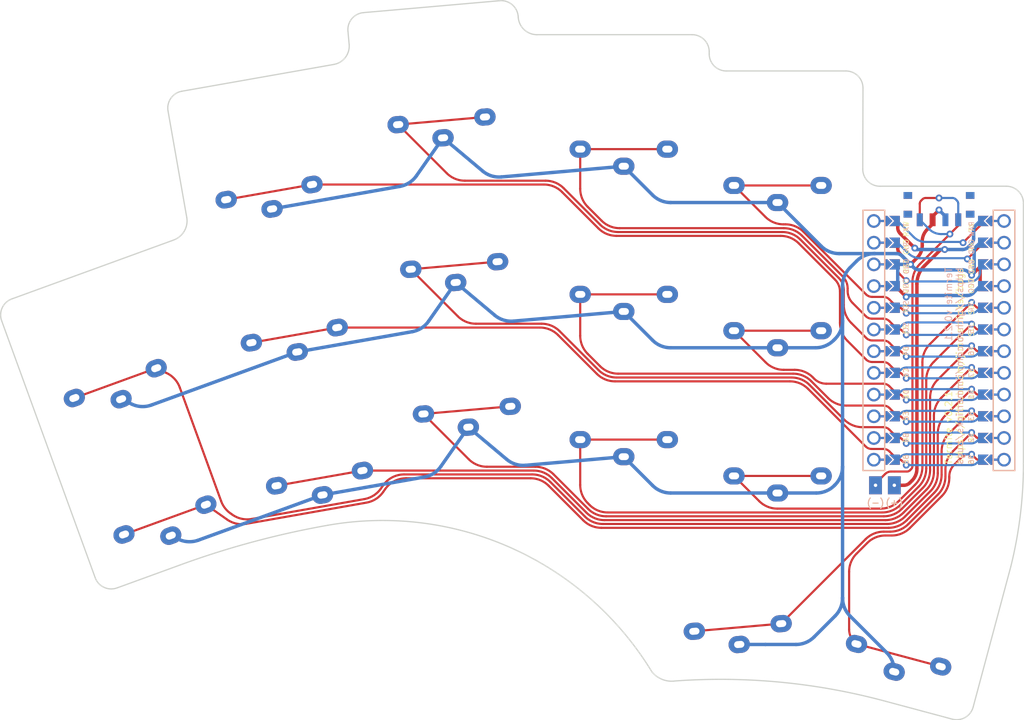
<source format=kicad_pcb>
(kicad_pcb (version 20210925) (generator pcbnew)
  (title_block (title "Termite") (date "2021-10-28") (rev "0.2.1") (company "jmnw"))
  (layers (0 "F.Cu" signal) (31 "B.Cu" signal) (34 "B.Paste" user) (35 "F.Paste" user) (36 "B.SilkS" user "B.Silkscreen") (37 "F.SilkS" user "F.Silkscreen") (38 "B.Mask" user) (39 "F.Mask" user) (44 "Edge.Cuts" user))
  (net 0 "")
  (net 1 "unconnected-(PSW1-Pad3)")
  (net 2 "switch1")
  (net 3 "switch2")
  (net 4 "switch3")
  (net 5 "switch4")
  (net 6 "switch5")
  (net 7 "switch6")
  (net 8 "switch7")
  (net 9 "switch8")
  (net 10 "switch9")
  (net 11 "switch10")
  (net 12 "switch11")
  (net 13 "switch12")
  (net 14 "switch13")
  (net 15 "switch14")
  (net 16 "switch15")
  (net 17 "unconnected-(U1-Pad22)")
  (net 18 "unconnected-(U1-Pad2)")
  (net 19 "GND")
  (net 20 "VCC")
  (net 21 "Net-(BT1-Pad2)")
  (net 22 "raw")
  (net 23 "switch16")
  (net 24 "unconnected-(U1-Pad1)")
  (footprint "bugs:Choc_reversible" (layer "F.Cu") (at 60.299422 62.293319 10)
    (fp_text reference "SW2" hide)
    (fp_text value "SW_PUSH" hide)
  )
  (footprint "bugs:Choc_reversible" (layer "F.Cu") (at 80.824518 53.902315 5)
    (fp_text reference "SW3" hide)
    (fp_text value "SW_PUSH" hide)
  )
  (footprint "bugs:Choc_reversible" (layer "F.Cu") (at 102.494858 57.206343)
    (fp_text reference "SW4" hide)
    (fp_text value "SW_PUSH" hide)
  )
  (footprint "bugs:Choc_reversible" (layer "F.Cu") (at 120.494864 61.456344)
    (fp_text reference "SW5" hide)
    (fp_text value "SW_PUSH" hide)
  )
  (footprint "bugs:Choc_reversible" (layer "F.Cu") (at 63.251441 79.035053 10)
    (fp_text reference "SW7" hide)
    (fp_text value "SW_PUSH" hide)
  )
  (footprint "bugs:Choc_reversible" (layer "F.Cu") (at 82.306167 70.837623 5)
    (fp_text reference "SW8" hide)
    (fp_text value "SW_PUSH" hide)
  )
  (footprint "bugs:Choc_reversible" (layer "F.Cu") (at 102.494871 74.206343)
    (fp_text reference "SW9" hide)
    (fp_text value "SW_PUSH" hide)
  )
  (footprint "bugs:Choc_reversible" (layer "F.Cu") (at 120.494865 78.456346)
    (fp_text reference "SW10" hide)
    (fp_text value "SW_PUSH" hide)
  )
  (footprint "bugs:Choc_reversible" (layer "F.Cu") (at 66.203461 95.776792 10)
    (fp_text reference "SW11" hide)
    (fp_text value "SW_PUSH" hide)
  )
  (footprint "bugs:Choc_reversible" (layer "F.Cu") (at 83.787804 87.772947 5)
    (fp_text reference "SW12" hide)
    (fp_text value "SW_PUSH" hide)
  )
  (footprint "bugs:Choc_reversible" (layer "F.Cu") (at 102.49487 91.206341)
    (fp_text reference "SW13" hide)
    (fp_text value "SW_PUSH" hide)
  )
  (footprint "bugs:Choc_reversible" (layer "F.Cu") (at 115.493093 113.208478 5)
    (fp_text reference "SW15" hide)
    (fp_text value "SW_PUSH" hide)
  )
  (footprint "bugs:Choc_reversible" (layer "F.Cu") (at 135.672819 116.579878 -15)
    (fp_text reference "SW16" hide)
    (fp_text value "SW_PUSH" hide)
  )
  (footprint "bugs:ProMicro_jumpers" (layer "F.Cu") (at 139.384867 83.486346)
    (fp_text reference "U1" hide)
    (fp_text value "ProMicro")
  )
  (footprint "bugs:Choc_reversible" (layer "F.Cu") (at 47.451839 100.801167 20)
    (fp_text reference "SW6" hide)
    (fp_text value "SW_PUSH" hide)
  )
  (footprint "bugs:Choc_reversible" (layer "F.Cu") (at 41.637494 84.8264 20)
    (fp_text reference "SW1" hide)
    (fp_text value "SW_PUSH" hide)
  )
  (footprint "bugs:Battery_pads_reversible" (layer "F.Cu") (at 133.062606 100.452098 180)
    (fp_text reference "BT1" hide)
    (fp_text value "Battery_Cell")
  )
  (footprint "bugs:Choc_reversible" (layer "F.Cu") (at 120.494867 95.456346)
    (fp_text reference "SW14" hide)
    (fp_text value "SW_PUSH" hide)
  )
  (footprint "bugs:Power_reversible" (layer "F.Cu") (at 139.393341 67.623157 180)
    (fp_text reference "PSW1" hide)
    (fp_text value "SW_SPDT")
  )
  (gr_arc (start 85.545766 205.46248) (end 67.853328 105.132673) (angle -9.999121664) (layer "Edge.Cuts") (width 0.15))
  (gr_line (start 30.870328 78.635657) (end 49.806346 71.743508) (layer "Edge.Cuts") (width 0.15))
  (gr_line (start 50.701495 109.728636) (end 43.183183 112.464287) (layer "Edge.Cuts") (width 0.15))
  (gr_arc (start 72.200655 47.117941) (end 72.026343 45.125546) (angle -90) (layer "Edge.Cuts") (width 0.15))
  (gr_arc (start 99.35345 97.913162) (end 147.791847 109.99194) (angle -14.00185829) (layer "Edge.Cuts") (width 0.15))
  (gr_arc (start 147.275269 67.44594) (end 149.275272 67.445943) (angle -90) (layer "Edge.Cuts") (width 0.15))
  (gr_line (start 112.494884 49.706792) (end 112.495279 49.955936) (layer "Edge.Cuts") (width 0.15))
  (gr_line (start 133.214281 125.755736) (end 140.941679 127.826285) (layer "Edge.Cuts") (width 0.15))
  (gr_line (start 90.13216 45.549137) (end 90.146627 45.714507) (layer "Edge.Cuts") (width 0.15))
  (gr_arc (start 51.118287 56.296082) (end 50.770987 54.326467) (angle -90) (layer "Edge.Cuts") (width 0.15))
  (gr_arc (start 68.174652 49.041445) (end 68.553662 51.190899) (angle -84.99985992) (layer "Edge.Cuts") (width 0.15))
  (gr_line (start 132.469399 65.445933) (end 147.275272 65.445947) (layer "Edge.Cuts") (width 0.15))
  (gr_arc (start 113.817045 197.142315) (end 108.351573 123.36952) (angle 19.43846695) (layer "Edge.Cuts") (width 0.15))
  (gr_arc (start 31.554358 80.51505) (end 30.870328 78.635657) (angle -90) (layer "Edge.Cuts") (width 0.15))
  (gr_line (start 114.495282 51.955942) (end 128.49506 51.956155) (layer "Edge.Cuts") (width 0.15))
  (gr_arc (start 141.459322 125.894435) (end 140.941679 127.826285) (angle -90) (layer "Edge.Cuts") (width 0.15))
  (gr_line (start 143.391173 126.412071) (end 147.791847 109.99194) (layer "Edge.Cuts") (width 0.15))
  (gr_arc (start 128.49506 53.956159) (end 130.495061 53.956158) (angle -90) (layer "Edge.Cuts") (width 0.15))
  (gr_arc (start 42.499142 110.5849) (end 40.619755 111.268942) (angle -90) (layer "Edge.Cuts") (width 0.15))
  (gr_line (start 149.275272 67.445943) (end 149.275145 97.913218) (layer "Edge.Cuts") (width 0.15))
  (gr_arc (start 114.495275 49.955942) (end 112.495279 49.955936) (angle -90) (layer "Edge.Cuts") (width 0.15))
  (gr_line (start 92.320939 47.706891) (end 110.494885 47.706788) (layer "Edge.Cuts") (width 0.15))
  (gr_arc (start 108.092905 120.413812) (end 105.785147 122.286285) (angle -55.94629929) (layer "Edge.Cuts") (width 0.15))
  (gr_arc (start 92.320931 45.524275) (end 90.146627 45.714507) (angle -85.00013873) (layer "Edge.Cuts") (width 0.15))
  (gr_line (start 51.338431 69.089856) (end 49.148665 56.643377) (layer "Edge.Cuts") (width 0.15))
  (gr_arc (start 48.991138 69.503748) (end 49.806346 71.743508) (angle -79.99998711) (layer "Edge.Cuts") (width 0.15))
  (gr_arc (start 88.139767 45.723447) (end 90.13216 45.549137) (angle -90) (layer "Edge.Cuts") (width 0.15))
  (gr_line (start 29.674964 81.199082) (end 40.619755 111.268942) (layer "Edge.Cuts") (width 0.15))
  (gr_arc (start 74.261808 141.477749) (end 105.785147 122.286285) (angle -68.66666424) (layer "Edge.Cuts") (width 0.15))
  (gr_line (start 70.208269 47.292251) (end 70.348963 48.851219) (layer "Edge.Cuts") (width 0.15))
  (gr_line (start 72.026343 45.125546) (end 87.965461 43.731057) (layer "Edge.Cuts") (width 0.15))
  (gr_line (start 50.770987 54.326467) (end 68.553662 51.190899) (layer "Edge.Cuts") (width 0.15))
  (gr_arc (start 110.494887 49.706785) (end 112.494884 49.706792) (angle -90) (layer "Edge.Cuts") (width 0.15))
  (gr_line (start 130.495061 53.956158) (end 130.469401 63.445945) (layer "Edge.Cuts") (width 0.15))
  (gr_arc (start 132.469403 63.445942) (end 130.469401 63.445945) (angle -90) (layer "Edge.Cuts") (width 0.15))
  (gr_text "Termite v0.2.1\nhttps://github.com/jimmerricks/bugs" (at 141.170001 74.890001 90) (layer "B.SilkS") (effects (font (size 0.8 0.8) (thickness 0.1)) (justify left mirror)))
  (gr_text "Termite v0.2.1\nhttps://github.com/jimmerricks/bugs" (at 141.17 98.11 90) (layer "F.SilkS") (effects (font (size 0.8 0.8) (thickness 0.1)) (justify left)))
  (segment (start 137.143344 67.500121) (end 137.143343 69.373158) (width 0.25) (layer "F.Cu") (net 1))
  (segment (start 139.393348 66.823157) (end 137.82031 66.823155) (width 0.25) (layer "F.Cu") (net 1))
  (segment (start 137.466756 66.969603) (end 137.289791 67.146569) (width 0.25) (layer "F.Cu") (net 1))
  (via (at 139.393348 66.823157) (size 0.8) (drill 0.4) (layers "F.Cu" "B.Cu") (net 1))
  (arc (start 137.466756 66.969603) (mid 137.62897 66.861216) (end 137.82031 66.823155) (width 0.25) (layer "F.Cu") (net 1))
  (arc (start 137.143344 67.500121) (mid 137.181405 67.30878) (end 137.289791 67.146569) (width 0.25) (layer "F.Cu") (net 1))
  (segment (start 141.332769 66.969605) (end 141.496901 67.133737) (width 0.25) (layer "B.Cu") (net 1))
  (segment (start 141.643346 67.487288) (end 141.643347 69.37316) (width 0.25) (layer "B.Cu") (net 1))
  (segment (start 139.393348 66.823157) (end 140.979213 66.823157) (width 0.25) (layer "B.Cu") (net 1))
  (arc (start 140.979213 66.823157) (mid 141.170557 66.861216) (end 141.332769 66.969605) (width 0.25) (layer "B.Cu") (net 1))
  (arc (start 141.643346 67.487288) (mid 141.605284 67.295948) (end 141.496901 67.133737) (width 0.25) (layer "B.Cu") (net 1))
  (segment (start 140.126789 92.285416) (end 143.21086 89.201347) (width 0.25) (layer "F.Cu") (net 2))
  (segment (start 58.927691 104.395674) (end 72.126933 102.068293) (width 0.25) (layer "F.Cu") (net 2))
  (segment (start 144.210863 89.836346) (end 143.949413 89.836346) (width 0.25) (layer "F.Cu") (net 2))
  (segment (start 138.369429 101.158144) (end 135.4244 104.103173) (width 0.25) (layer "F.Cu") (net 2))
  (segment (start 93.892567 100.060133) (end 97.935604 104.103172) (width 0.25) (layer "F.Cu") (net 2))
  (segment (start 74.063446 100.834596) (end 74.325236 100.460724) (width 0.25) (layer "F.Cu") (net 2))
  (segment (start 76.782691 99.181453) (end 91.771246 99.181454) (width 0.25) (layer "F.Cu") (net 2))
  (segment (start 48.970868 87.309762) (end 47.763805 86.7469) (width 0.25) (layer "F.Cu") (net 2))
  (segment (start 143.772639 89.763123) (end 143.21086 89.201347) (width 0.25) (layer "F.Cu") (net 2))
  (segment (start 38.17894 90.235505) (end 47.763806 86.746899) (width 0.25) (layer "F.Cu") (net 2))
  (segment (start 139.24811 99.036824) (end 139.248107 94.40674) (width 0.25) (layer "F.Cu") (net 2))
  (segment (start 55.36646 102.31242) (end 50.522093 89.002625) (width 0.25) (layer "F.Cu") (net 2))
  (segment (start 133.303081 104.981854) (end 100.056923 104.981852) (width 0.25) (layer "F.Cu") (net 2))
  (segment (start 56.464811 103.743817) (end 56.686018 103.898707) (width 0.25) (layer "F.Cu") (net 2))
  (via (at 143.21086 89.201347) (size 0.8) (drill 0.4) (layers "F.Cu" "B.Cu") (net 2))
  (arc (start 139.24811 99.036824) (mid 139.01975 100.184876) (end 138.369429 101.158144) (width 0.25) (layer "F.Cu") (net 2))
  (arc (start 56.686018 103.898707) (mid 57.757428 104.37014) (end 58.927691 104.395674) (width 0.25) (layer "F.Cu") (net 2))
  (arc (start 74.325236 100.460724) (mid 75.397446 99.52042) (end 76.782691 99.181453) (width 0.25) (layer "F.Cu") (net 2))
  (arc (start 143.949413 89.836346) (mid 143.853745 89.817317) (end 143.772639 89.763123) (width 0.25) (layer "F.Cu") (net 2))
  (arc (start 55.36646 102.31242) (mid 55.805479 103.112645) (end 56.464811 103.743817) (width 0.25) (layer "F.Cu") (net 2))
  (arc (start 97.935604 104.103172) (mid 98.908873 104.753492) (end 100.056923 104.981852) (width 0.25) (layer "F.Cu") (net 2))
  (arc (start 91.771246 99.181454) (mid 92.919299 99.409816) (end 93.892567 100.060133) (width 0.25) (layer "F.Cu") (net 2))
  (arc (start 139.248107 94.40674) (mid 139.47647 93.258691) (end 140.126789 92.285416) (width 0.25) (layer "F.Cu") (net 2))
  (arc (start 72.126933 102.068293) (mid 73.217888 101.644043) (end 74.063446 100.834596) (width 0.25) (layer "F.Cu") (net 2))
  (arc (start 135.4244 104.103173) (mid 134.451131 104.753493) (end 133.303081 104.981854) (width 0.25) (layer "F.Cu") (net 2))
  (arc (start 48.970868 87.309762) (mid 49.914846 88.001914) (end 50.522093 89.002625) (width 0.25) (layer "F.Cu") (net 2))
  (segment (start 134.900971 89.494241) (end 134.558865 89.836344) (width 0.25) (layer "B.Cu") (net 2))
  (segment (start 143.21086 89.201347) (end 135.608076 89.201346) (width 0.25) (layer "B.Cu") (net 2))
  (arc (start 134.900971 89.494241) (mid 135.225393 89.277468) (end 135.608076 89.201346) (width 0.25) (layer "B.Cu") (net 2))
  (segment (start 127.80003 77.78677) (end 127.800027 81.428546) (width 0.25) (layer "F.Cu") (net 3))
  (segment (start 134.99709 87.369571) (end 135.558862 87.931343) (width 0.25) (layer "F.Cu") (net 3))
  (segment (start 134.558865 87.296345) (end 134.820312 87.296345) (width 0.25) (layer "F.Cu") (net 3))
  (segment (start 134.558862 87.296345) (end 133.576601 86.314083) (width 0.25) (layer "F.Cu") (net 3))
  (segment (start 99.523606 70.377928) (end 95.272822 66.127143) (width 0.25) (layer "F.Cu") (net 3))
  (segment (start 93.151502 65.248463) (end 65.999167 65.248463) (width 0.25) (layer "F.Cu") (net 3))
  (segment (start 120.855653 71.256608) (end 101.644927 71.256607) (width 0.25) (layer "F.Cu") (net 3))
  (segment (start 127.214244 76.372557) (end 122.976974 72.135287) (width 0.25) (layer "F.Cu") (net 3))
  (segment (start 130.857138 85.728294) (end 128.678709 83.549869) (width 0.25) (layer "F.Cu") (net 3))
  (segment (start 132.869496 86.02119) (end 131.564244 86.021187) (width 0.25) (layer "F.Cu") (net 3))
  (segment (start 55.954134 67.019676) (end 65.99917 65.248462) (width 0.25) (layer "F.Cu") (net 3))
  (via (at 135.558862 87.931343) (size 0.8) (drill 0.4) (layers "F.Cu" "B.Cu") (net 3))
  (arc (start 127.214244 76.372557) (mid 127.647788 77.021403) (end 127.80003 77.78677) (width 0.25) (layer "F.Cu") (net 3))
  (arc (start 95.272822 66.127143) (mid 94.299556 65.476826) (end 93.151502 65.248463) (width 0.25) (layer "F.Cu") (net 3))
  (arc (start 133.576601 86.314083) (mid 133.252178 86.097312) (end 132.869496 86.02119) (width 0.25) (layer "F.Cu") (net 3))
  (arc (start 131.564244 86.021187) (mid 131.181561 85.945067) (end 130.857138 85.728294) (width 0.25) (layer "F.Cu") (net 3))
  (arc (start 101.644927 71.256607) (mid 100.496876 71.028248) (end 99.523606 70.377928) (width 0.25) (layer "F.Cu") (net 3))
  (arc (start 134.820312 87.296345) (mid 134.915983 87.315376) (end 134.99709 87.369571) (width 0.25) (layer "F.Cu") (net 3))
  (arc (start 122.976974 72.135287) (mid 122.003702 71.484968) (end 120.855653 71.256608) (width 0.25) (layer "F.Cu") (net 3))
  (arc (start 128.678709 83.549869) (mid 128.028391 82.576598) (end 127.800027 81.428546) (width 0.25) (layer "F.Cu") (net 3))
  (segment (start 135.558862 87.931343) (end 143.161652 87.931345) (width 0.25) (layer "B.Cu") (net 3))
  (segment (start 143.868759 87.638451) (end 144.210864 87.296344) (width 0.25) (layer "B.Cu") (net 3))
  (arc (start 143.868759 87.638451) (mid 143.544336 87.855223) (end 143.161652 87.931345) (width 0.25) (layer "B.Cu") (net 3))
  (segment (start 130.877138 83.208297) (end 129.128229 81.45939) (width 0.25) (layer "F.Cu") (net 4))
  (segment (start 93.337701 64.798945) (end 83.893447 64.798948) (width 0.25) (layer "F.Cu") (net 4))
  (segment (start 127.663763 76.186357) (end 123.163174 71.685769) (width 0.25) (layer "F.Cu") (net 4))
  (segment (start 134.55886 84.756344) (end 134.820311 84.756345) (width 0.25) (layer "F.Cu") (net 4))
  (segment (start 121.041851 70.807088) (end 101.831128 70.807087) (width 0.25) (layer "F.Cu") (net 4))
  (segment (start 133.596599 83.794084) (end 133.596603 83.794083) (width 0.25) (layer "F.Cu") (net 4))
  (segment (start 128.249548 79.33807) (end 128.249549 77.600571) (width 0.25) (layer "F.Cu") (net 4))
  (segment (start 134.997089 84.829566) (end 135.558862 85.391343) (width 0.25) (layer "F.Cu") (net 4))
  (segment (start 76.083835 58.231969) (end 86.245019 57.342981) (width 0.25) (layer "F.Cu") (net 4))
  (segment (start 133.596603 83.794083) (end 134.558866 84.756344) (width 0.25) (layer "F.Cu") (net 4))
  (segment (start 99.709806 69.928408) (end 95.459022 65.677625) (width 0.25) (layer "F.Cu") (net 4))
  (segment (start 132.889492 83.501189) (end 131.584243 83.501189) (width 0.25) (layer "F.Cu") (net 4))
  (segment (start 81.772124 63.920267) (end 76.083832 58.23197) (width 0.25) (layer "F.Cu") (net 4))
  (via (at 135.558862 85.391343) (size 0.8) (drill 0.4) (layers "F.Cu" "B.Cu") (net 4))
  (arc (start 83.893447 64.798948) (mid 82.745396 64.570587) (end 81.772124 63.920267) (width 0.25) (layer "F.Cu") (net 4))
  (arc (start 129.128229 81.45939) (mid 128.47791 80.486119) (end 128.249548 79.33807) (width 0.25) (layer "F.Cu") (net 4))
  (arc (start 127.663763 76.186357) (mid 128.097306 76.835203) (end 128.249549 77.600571) (width 0.25) (layer "F.Cu") (net 4))
  (arc (start 95.459022 65.677625) (mid 94.485754 65.027306) (end 93.337701 64.798945) (width 0.25) (layer "F.Cu") (net 4))
  (arc (start 123.163174 71.685769) (mid 122.189903 71.035448) (end 121.041851 70.807088) (width 0.25) (layer "F.Cu") (net 4))
  (arc (start 131.584243 83.501189) (mid 131.201561 83.425068) (end 130.877138 83.208297) (width 0.25) (layer "F.Cu") (net 4))
  (arc (start 133.596599 83.794084) (mid 133.272177 83.577311) (end 132.889492 83.501189) (width 0.25) (layer "F.Cu") (net 4))
  (arc (start 134.997089 84.829566) (mid 134.915983 84.775374) (end 134.820311 84.756345) (width 0.25) (layer "F.Cu") (net 4))
  (arc (start 101.831128 70.807087) (mid 100.683075 70.578725) (end 99.709806 69.928408) (width 0.25) (layer "F.Cu") (net 4))
  (segment (start 135.558862 85.391343) (end 143.161649 85.391347) (width 0.25) (layer "B.Cu") (net 4))
  (segment (start 143.868756 85.098452) (end 144.210862 84.756343) (width 0.25) (layer "B.Cu") (net 4))
  (arc (start 143.161649 85.391347) (mid 143.544333 85.315227) (end 143.868756 85.098452) (width 0.25) (layer "B.Cu") (net 4))
  (segment (start 129.284857 79.116015) (end 130.827135 80.658295) (width 0.25) (layer "F.Cu") (net 5))
  (segment (start 102.017324 70.357568) (end 121.228049 70.357566) (width 0.25) (layer "F.Cu") (net 5))
  (segment (start 134.997084 82.289569) (end 135.558863 82.851348) (width 0.25) (layer "F.Cu") (net 5))
  (segment (start 97.39486 61.10634) (end 107.594856 61.106339) (width 0.25) (layer "F.Cu") (net 5))
  (segment (start 128.699069 77.414375) (end 128.699069 77.701805) (width 0.25) (layer "F.Cu") (net 5))
  (segment (start 123.349371 71.236246) (end 128.113283 76.000161) (width 0.25) (layer "F.Cu") (net 5))
  (segment (start 98.273535 67.856419) (end 99.896001 69.478886) (width 0.25) (layer "F.Cu") (net 5))
  (segment (start 131.534243 80.951189) (end 132.879496 80.95119) (width 0.25) (layer "F.Cu") (net 5))
  (segment (start 133.586603 81.244082) (end 134.558866 82.216346) (width 0.25) (layer "F.Cu") (net 5))
  (segment (start 97.394856 61.106346) (end 97.394856 65.735099) (width 0.25) (layer "F.Cu") (net 5))
  (segment (start 134.558864 82.216346) (end 134.820308 82.216346) (width 0.25) (layer "F.Cu") (net 5))
  (via (at 135.558863 82.851348) (size 0.8) (drill 0.4) (layers "F.Cu" "B.Cu") (net 5))
  (arc (start 132.879496 80.95119) (mid 133.262178 81.027309) (end 133.586603 81.244082) (width 0.25) (layer "F.Cu") (net 5))
  (arc (start 99.896001 69.478886) (mid 100.869272 70.129205) (end 102.017324 70.357568) (width 0.25) (layer "F.Cu") (net 5))
  (arc (start 134.997084 82.289569) (mid 134.91598 82.235375) (end 134.820308 82.216346) (width 0.25) (layer "F.Cu") (net 5))
  (arc (start 97.394856 65.735099) (mid 97.623217 66.883147) (end 98.273535 67.856419) (width 0.25) (layer "F.Cu") (net 5))
  (arc (start 128.699069 77.414375) (mid 128.546828 76.649007) (end 128.113283 76.000161) (width 0.25) (layer "F.Cu") (net 5))
  (arc (start 130.827135 80.658295) (mid 131.151558 80.875069) (end 131.534243 80.951189) (width 0.25) (layer "F.Cu") (net 5))
  (arc (start 121.228049 70.357566) (mid 122.376101 70.585929) (end 123.349371 71.236246) (width 0.25) (layer "F.Cu") (net 5))
  (arc (start 128.699069 77.701805) (mid 128.851312 78.467171) (end 129.284857 79.116015) (width 0.25) (layer "F.Cu") (net 5))
  (segment (start 135.558863 82.851348) (end 143.161649 82.851346) (width 0.25) (layer "B.Cu") (net 5))
  (segment (start 143.868756 82.558453) (end 144.210863 82.216345) (width 0.25) (layer "B.Cu") (net 5))
  (arc (start 143.868756 82.558453) (mid 143.544332 82.775225) (end 143.161649 82.851346) (width 0.25) (layer "B.Cu") (net 5))
  (segment (start 132.869493 78.401189) (end 131.564241 78.401187) (width 0.25) (layer "F.Cu") (net 6))
  (segment (start 134.558864 79.676345) (end 133.576599 78.694081) (width 0.25) (layer "F.Cu") (net 6))
  (segment (start 121.414247 69.908048) (end 121.189208 69.908049) (width 0.25) (layer "F.Cu") (net 6))
  (segment (start 119.067886 69.029368) (end 115.394863 65.356344) (width 0.25) (layer "F.Cu") (net 6))
  (segment (start 130.857133 78.108295) (end 123.535566 70.786729) (width 0.25) (layer "F.Cu") (net 6))
  (segment (start 115.394862 65.356343) (end 125.594862 65.356345) (width 0.25) (layer "F.Cu") (net 6))
  (segment (start 134.997083 79.74957) (end 135.558864 80.311343) (width 0.25) (layer "F.Cu") (net 6))
  (segment (start 134.55886 79.676345) (end 134.820309 79.676348) (width 0.25) (layer "F.Cu") (net 6))
  (via (at 135.558864 80.311343) (size 0.8) (drill 0.4) (layers "F.Cu" "B.Cu") (net 6))
  (arc (start 121.414247 69.908048) (mid 122.562299 70.13641) (end 123.535566 70.786729) (width 0.25) (layer "F.Cu") (net 6))
  (arc (start 133.576599 78.694081) (mid 133.252176 78.477309) (end 132.869493 78.401189) (width 0.25) (layer "F.Cu") (net 6))
  (arc (start 119.067886 69.029368) (mid 120.041157 69.679686) (end 121.189208 69.908049) (width 0.25) (layer "F.Cu") (net 6))
  (arc (start 131.564241 78.401187) (mid 131.181558 78.325066) (end 130.857133 78.108295) (width 0.25) (layer "F.Cu") (net 6))
  (arc (start 134.997083 79.74957) (mid 134.915977 79.695378) (end 134.820309 79.676348) (width 0.25) (layer "F.Cu") (net 6))
  (segment (start 143.868757 80.018452) (end 144.210862 79.676345) (width 0.25) (layer "B.Cu") (net 6))
  (segment (start 135.558864 80.311343) (end 143.161647 80.311347) (width 0.25) (layer "B.Cu") (net 6))
  (arc (start 143.161647 80.311347) (mid 143.544335 80.235228) (end 143.868757 80.018452) (width 0.25) (layer "B.Cu") (net 6))
  (segment (start 58.308595 104.961293) (end 72.388359 102.478651) (width 0.25) (layer "F.Cu") (net 7))
  (segment (start 99.870727 105.431373) (end 133.489279 105.431373) (width 0.25) (layer "F.Cu") (net 7))
  (segment (start 143.210864 91.741346) (end 140.576304 94.375905) (width 0.25) (layer "F.Cu") (net 7))
  (segment (start 74.324874 101.244956) (end 74.558431 100.9114) (width 0.25) (layer "F.Cu") (net 7))
  (segment (start 53.57815 102.721665) (end 56.066925 104.464325) (width 0.25) (layer "F.Cu") (net 7))
  (segment (start 144.210865 92.376348) (end 143.949416 92.376345) (width 0.25) (layer "F.Cu") (net 7))
  (segment (start 53.57815 102.721665) (end 43.993283 106.210273) (width 0.25) (layer "F.Cu") (net 7))
  (segment (start 135.610601 104.552692) (end 138.818947 101.344346) (width 0.25) (layer "F.Cu") (net 7))
  (segment (start 139.697625 99.223028) (end 139.697625 96.497225) (width 0.25) (layer "F.Cu") (net 7))
  (segment (start 93.707519 100.510806) (end 97.749406 104.552692) (width 0.25) (layer "F.Cu") (net 7))
  (segment (start 53.58919 102.717648) (end 53.57815 102.721667) (width 0.25) (layer "F.Cu") (net 7))
  (segment (start 77.015888 99.632127) (end 91.586199 99.632128) (width 0.25) (layer "F.Cu") (net 7))
  (segment (start 143.77264 92.303122) (end 143.210864 91.741346) (width 0.25) (layer "F.Cu") (net 7))
  (via (at 143.210864 91.741346) (size 0.8) (drill 0.4) (layers "F.Cu" "B.Cu") (net 7))
  (arc (start 139.697625 96.497225) (mid 139.925987 95.349174) (end 140.576304 94.375905) (width 0.25) (layer "F.Cu") (net 7))
  (arc (start 91.586199 99.632128) (mid 92.73425 99.86049) (end 93.707519 100.510806) (width 0.25) (layer "F.Cu") (net 7))
  (arc (start 139.697625 99.223028) (mid 139.469267 100.371077) (end 138.818947 101.344346) (width 0.25) (layer "F.Cu") (net 7))
  (arc (start 74.558431 100.9114) (mid 75.630642 99.971097) (end 77.015888 99.632127) (width 0.25) (layer "F.Cu") (net 7))
  (arc (start 72.388359 102.478651) (mid 73.479316 102.054402) (end 74.324874 101.244956) (width 0.25) (layer "F.Cu") (net 7))
  (arc (start 143.77264 92.303122) (mid 143.853746 92.357315) (end 143.949416 92.376345) (width 0.25) (layer "F.Cu") (net 7))
  (arc (start 97.749406 104.552692) (mid 98.722675 105.203012) (end 99.870727 105.431373) (width 0.25) (layer "F.Cu") (net 7))
  (arc (start 133.489279 105.431373) (mid 134.637331 105.20301) (end 135.610601 104.552692) (width 0.25) (layer "F.Cu") (net 7))
  (arc (start 56.066925 104.464325) (mid 57.138333 104.935757) (end 58.308595 104.961293) (width 0.25) (layer "F.Cu") (net 7))
  (segment (start 143.210864 91.741346) (end 135.608075 91.741346) (width 0.25) (layer "B.Cu") (net 7))
  (segment (start 134.90097 92.034235) (end 134.55886 92.376342) (width 0.25) (layer "B.Cu") (net 7))
  (arc (start 135.608075 91.741346) (mid 135.225394 91.817464) (end 134.90097 92.034235) (width 0.25) (layer "B.Cu") (net 7))
  (segment (start 130.807138 95.908295) (end 124.064124 89.165287) (width 0.25) (layer "F.Cu") (net 8))
  (segment (start 58.90615 83.761413) (end 68.951187 81.990204) (width 0.25) (layer "F.Cu") (net 8))
  (segment (start 92.68324 81.990198) (end 68.951188 81.990199) (width 0.25) (layer "F.Cu") (net 8))
  (segment (start 99.343606 87.407926) (end 94.804558 82.868878) (width 0.25) (layer "F.Cu") (net 8))
  (segment (start 134.558866 97.456347) (end 133.596599 96.494081) (width 0.25) (layer "F.Cu") (net 8))
  (segment (start 121.942804 88.286608) (end 101.464928 88.286608) (width 0.25) (layer "F.Cu") (net 8))
  (segment (start 134.55886 97.456342) (end 134.820307 97.456344) (width 0.25) (layer "F.Cu") (net 8))
  (segment (start 134.997084 97.529567) (end 135.558861 98.091344) (width 0.25) (layer "F.Cu") (net 8))
  (segment (start 132.889491 96.201189) (end 131.514242 96.201189) (width 0.25) (layer "F.Cu") (net 8))
  (via (at 135.558861 98.091344) (size 0.8) (drill 0.4) (layers "F.Cu" "B.Cu") (net 8))
  (arc (start 134.997084 97.529567) (mid 134.915978 97.475375) (end 134.820307 97.456344) (width 0.25) (layer "F.Cu") (net 8))
  (arc (start 92.68324 81.990198) (mid 93.831288 82.218559) (end 94.804558 82.868878) (width 0.25) (layer "F.Cu") (net 8))
  (arc (start 132.889491 96.201189) (mid 133.272176 96.277307) (end 133.596599 96.494081) (width 0.25) (layer "F.Cu") (net 8))
  (arc (start 130.807138 95.908295) (mid 131.131557 96.125067) (end 131.514242 96.201189) (width 0.25) (layer "F.Cu") (net 8))
  (arc (start 121.942804 88.286608) (mid 123.090856 88.514969) (end 124.064124 89.165287) (width 0.25) (layer "F.Cu") (net 8))
  (arc (start 101.464928 88.286608) (mid 100.316877 88.058244) (end 99.343606 87.407926) (width 0.25) (layer "F.Cu") (net 8))
  (segment (start 135.558861 98.091344) (end 143.161648 98.091346) (width 0.25) (layer "B.Cu") (net 8))
  (segment (start 143.868754 97.798453) (end 144.210862 97.456346) (width 0.25) (layer "B.Cu") (net 8))
  (arc (start 143.161648 98.091346) (mid 143.544333 98.015226) (end 143.868754 97.798453) (width 0.25) (layer "B.Cu") (net 8))
  (segment (start 101.651126 87.837086) (end 122.129001 87.837085) (width 0.25) (layer "F.Cu") (net 9))
  (segment (start 77.565482 75.16728) (end 87.726667 74.278291) (width 0.25) (layer "F.Cu") (net 9))
  (segment (start 77.565482 75.16728) (end 77.565483 75.167277) (width 0.25) (layer "F.Cu") (net 9))
  (segment (start 124.250324 88.715764) (end 128.307065 92.772508) (width 0.25) (layer "F.Cu") (net 9))
  (segment (start 133.586602 93.944082) (end 134.558864 94.916345) (width 0.25) (layer "F.Cu") (net 9))
  (segment (start 94.990762 82.419361) (end 99.529807 86.958407) (width 0.25) (layer "F.Cu") (net 9))
  (segment (start 130.428387 93.651191) (end 132.879497 93.65119) (width 0.25) (layer "F.Cu") (net 9))
  (segment (start 134.997088 94.989567) (end 135.558863 95.551343) (width 0.25) (layer "F.Cu") (net 9))
  (segment (start 85.181528 81.540682) (end 92.86944 81.540683) (width 0.25) (layer "F.Cu") (net 9))
  (segment (start 134.558866 94.916343) (end 134.820311 94.916343) (width 0.25) (layer "F.Cu") (net 9))
  (segment (start 77.565483 75.167277) (end 83.060206 80.662003) (width 0.25) (layer "F.Cu") (net 9))
  (via (at 135.558863 95.551343) (size 0.8) (drill 0.4) (layers "F.Cu" "B.Cu") (net 9))
  (arc (start 134.997088 94.989567) (mid 134.915982 94.935374) (end 134.820311 94.916343) (width 0.25) (layer "F.Cu") (net 9))
  (arc (start 128.307065 92.772508) (mid 129.280337 93.422829) (end 130.428387 93.651191) (width 0.25) (layer "F.Cu") (net 9))
  (arc (start 92.86944 81.540683) (mid 94.017491 81.769044) (end 94.990762 82.419361) (width 0.25) (layer "F.Cu") (net 9))
  (arc (start 83.060206 80.662003) (mid 84.033478 81.312323) (end 85.181528 81.540682) (width 0.25) (layer "F.Cu") (net 9))
  (arc (start 122.129001 87.837085) (mid 123.277052 88.065446) (end 124.250324 88.715764) (width 0.25) (layer "F.Cu") (net 9))
  (arc (start 99.529807 86.958407) (mid 100.503077 87.608725) (end 101.651126 87.837086) (width 0.25) (layer "F.Cu") (net 9))
  (arc (start 132.879497 93.65119) (mid 133.262177 93.72731) (end 133.586602 93.944082) (width 0.25) (layer "F.Cu") (net 9))
  (segment (start 135.558863 95.551343) (end 143.161646 95.551348) (width 0.25) (layer "B.Cu") (net 9))
  (segment (start 143.868758 95.258449) (end 144.210864 94.91634) (width 0.25) (layer "B.Cu") (net 9))
  (arc (start 143.161646 95.551348) (mid 143.544333 95.475226) (end 143.868758 95.258449) (width 0.25) (layer "B.Cu") (net 9))
  (segment (start 133.596601 91.414084) (end 134.558862 92.376345) (width 0.25) (layer "F.Cu") (net 10))
  (segment (start 97.394869 78.106343) (end 97.394869 82.945113) (width 0.25) (layer "F.Cu") (net 10))
  (segment (start 128.534104 91.121189) (end 132.889494 91.121191) (width 0.25) (layer "F.Cu") (net 10))
  (segment (start 134.997085 92.449567) (end 135.558864 93.011341) (width 0.25) (layer "F.Cu") (net 10))
  (segment (start 97.394872 78.106339) (end 107.594868 78.10634) (width 0.25) (layer "F.Cu") (net 10))
  (segment (start 101.837321 87.387568) (end 122.315202 87.387567) (width 0.25) (layer "F.Cu") (net 10))
  (segment (start 124.436521 88.266246) (end 126.412786 90.242509) (width 0.25) (layer "F.Cu") (net 10))
  (segment (start 134.55886 92.376342) (end 134.820309 92.376343) (width 0.25) (layer "F.Cu") (net 10))
  (segment (start 98.273547 85.066434) (end 99.716003 86.508888) (width 0.25) (layer "F.Cu") (net 10))
  (via (at 135.558864 93.011341) (size 0.8) (drill 0.4) (layers "F.Cu" "B.Cu") (net 10))
  (arc (start 98.273547 85.066434) (mid 97.623229 84.093163) (end 97.394869 82.945113) (width 0.25) (layer "F.Cu") (net 10))
  (arc (start 101.837321 87.387568) (mid 100.689274 87.159207) (end 99.716003 86.508888) (width 0.25) (layer "F.Cu") (net 10))
  (arc (start 134.820309 92.376343) (mid 134.91598 92.395373) (end 134.997085 92.449567) (width 0.25) (layer "F.Cu") (net 10))
  (arc (start 133.596601 91.414084) (mid 133.272176 91.197311) (end 132.889494 91.121191) (width 0.25) (layer "F.Cu") (net 10))
  (arc (start 126.412786 90.242509) (mid 127.386055 90.892827) (end 128.534104 91.121189) (width 0.25) (layer "F.Cu") (net 10))
  (arc (start 122.315202 87.387567) (mid 123.463252 87.615928) (end 124.436521 88.266246) (width 0.25) (layer "F.Cu") (net 10))
  (segment (start 143.868755 92.718453) (end 144.210865 92.376348) (width 0.25) (layer "B.Cu") (net 10))
  (segment (start 135.558864 93.011341) (end 143.16165 93.011345) (width 0.25) (layer "B.Cu") (net 10))
  (arc (start 143.16165 93.011345) (mid 143.544334 92.935226) (end 143.868755 92.718453) (width 0.25) (layer "B.Cu") (net 10))
  (segment (start 124.622726 87.816729) (end 124.781395 87.975402) (width 0.25) (layer "F.Cu") (net 11))
  (segment (start 133.576603 88.854081) (end 134.558866 89.836345) (width 0.25) (layer "F.Cu") (net 11))
  (segment (start 115.394866 82.356344) (end 119.097887 86.059367) (width 0.25) (layer "F.Cu") (net 11))
  (segment (start 126.195611 88.56119) (end 132.869495 88.561189) (width 0.25) (layer "F.Cu") (net 11))
  (segment (start 134.558865 89.836344) (end 134.820305 89.836344) (width 0.25) (layer "F.Cu") (net 11))
  (segment (start 115.394864 82.356345) (end 125.594865 82.356345) (width 0.25) (layer "F.Cu") (net 11))
  (segment (start 121.21921 86.938046) (end 122.5014 86.938044) (width 0.25) (layer "F.Cu") (net 11))
  (segment (start 134.997085 89.909566) (end 135.558863 90.471345) (width 0.25) (layer "F.Cu") (net 11))
  (via (at 135.558863 90.471345) (size 0.8) (drill 0.4) (layers "F.Cu" "B.Cu") (net 11))
  (arc (start 134.820305 89.836344) (mid 134.915978 89.855371) (end 134.997085 89.909566) (width 0.25) (layer "F.Cu") (net 11))
  (arc (start 119.097887 86.059367) (mid 120.071158 86.709685) (end 121.21921 86.938046) (width 0.25) (layer "F.Cu") (net 11))
  (arc (start 124.781395 87.975402) (mid 125.430243 88.408947) (end 126.195611 88.56119) (width 0.25) (layer "F.Cu") (net 11))
  (arc (start 122.5014 86.938044) (mid 123.649453 87.166405) (end 124.622726 87.816729) (width 0.25) (layer "F.Cu") (net 11))
  (arc (start 132.869495 88.561189) (mid 133.252178 88.637309) (end 133.576603 88.854081) (width 0.25) (layer "F.Cu") (net 11))
  (segment (start 143.868757 90.178454) (end 144.210863 89.836346) (width 0.25) (layer "B.Cu") (net 11))
  (segment (start 135.558863 90.471345) (end 143.161651 90.471346) (width 0.25) (layer "B.Cu") (net 11))
  (arc (start 143.161651 90.471346) (mid 143.544333 90.395226) (end 143.868757 90.178454) (width 0.25) (layer "B.Cu") (net 11))
  (segment (start 143.772642 87.223124) (end 143.210866 86.661345) (width 0.25) (layer "F.Cu") (net 12))
  (segment (start 133.116883 104.532334) (end 100.243123 104.532333) (width 0.25) (layer "F.Cu") (net 12))
  (segment (start 91.957446 98.731935) (end 71.903207 98.731937) (width 0.25) (layer "F.Cu") (net 12))
  (segment (start 61.858167 100.503145) (end 71.903209 98.731933) (width 0.25) (layer "F.Cu") (net 12))
  (segment (start 98.121804 103.653654) (end 94.078765 99.610616) (width 0.25) (layer "F.Cu") (net 12))
  (segment (start 143.210866 86.661345) (end 143.210867 86.661346) (width 0.25) (layer "F.Cu") (net 12))
  (segment (start 138.79859 92.316263) (end 138.798589 98.850627) (width 0.25) (layer "F.Cu") (net 12))
  (segment (start 144.210864 87.296344) (end 143.949419 87.296345) (width 0.25) (layer "F.Cu") (net 12))
  (segment (start 137.91991 100.971948) (end 135.238204 103.653653) (width 0.25) (layer "F.Cu") (net 12))
  (segment (start 143.210867 86.661346) (end 139.677271 90.194943) (width 0.25) (layer "F.Cu") (net 12))
  (via (at 143.210866 86.661345) (size 0.8) (drill 0.4) (layers "F.Cu" "B.Cu") (net 12))
  (arc (start 139.677271 90.194943) (mid 139.02695 91.168212) (end 138.79859 92.316263) (width 0.25) (layer "F.Cu") (net 12))
  (arc (start 100.243123 104.532333) (mid 99.095075 104.303971) (end 98.121804 103.653654) (width 0.25) (layer "F.Cu") (net 12))
  (arc (start 135.238204 103.653653) (mid 134.264933 104.303972) (end 133.116883 104.532334) (width 0.25) (layer "F.Cu") (net 12))
  (arc (start 137.91991 100.971948) (mid 138.570227 99.998678) (end 138.798589 98.850627) (width 0.25) (layer "F.Cu") (net 12))
  (arc (start 143.772642 87.223124) (mid 143.853747 87.277316) (end 143.949419 87.296345) (width 0.25) (layer "F.Cu") (net 12))
  (arc (start 94.078765 99.610616) (mid 93.105494 98.960296) (end 91.957446 98.731935) (width 0.25) (layer "F.Cu") (net 12))
  (segment (start 143.210866 86.661345) (end 135.608078 86.661348) (width 0.25) (layer "B.Cu") (net 12))
  (segment (start 134.900972 86.954237) (end 134.558862 87.296345) (width 0.25) (layer "B.Cu") (net 12))
  (arc (start 135.608078 86.661348) (mid 135.225396 86.737467) (end 134.900972 86.954237) (width 0.25) (layer "B.Cu") (net 12))
  (segment (start 86.469575 98.282416) (end 92.143641 98.282418) (width 0.25) (layer "F.Cu") (net 13))
  (segment (start 135.052007 103.204133) (end 137.470391 100.785751) (width 0.25) (layer "F.Cu") (net 13))
  (segment (start 138.34907 90.225783) (end 138.349068 90.225781) (width 0.25) (layer "F.Cu") (net 13))
  (segment (start 143.772643 84.683121) (end 143.210864 84.121347) (width 0.25) (layer "F.Cu") (net 13))
  (segment (start 144.210862 84.756343) (end 143.949419 84.756344) (width 0.25) (layer "F.Cu") (net 13))
  (segment (start 79.047117 92.102601) (end 89.208303 91.213612) (width 0.25) (layer "F.Cu") (net 13))
  (segment (start 139.227748 88.104461) (end 139.227752 88.10446) (width 0.25) (layer "F.Cu") (net 13))
  (segment (start 100.42932 104.082813) (end 132.930685 104.082813) (width 0.25) (layer "F.Cu") (net 13))
  (segment (start 79.047116 92.102602) (end 84.348255 97.403738) (width 0.25) (layer "F.Cu") (net 13))
  (segment (start 94.264962 99.161094) (end 98.308 103.204134) (width 0.25) (layer "F.Cu") (net 13))
  (segment (start 138.349069 98.664429) (end 138.34907 90.225783) (width 0.25) (layer "F.Cu") (net 13))
  (segment (start 139.227752 88.10446) (end 143.210864 84.121347) (width 0.25) (layer "F.Cu") (net 13))
  (via (at 143.210864 84.121347) (size 0.8) (drill 0.4) (layers "F.Cu" "B.Cu") (net 13))
  (arc (start 137.470391 100.785751) (mid 138.120708 99.812478) (end 138.349069 98.664429) (width 0.25) (layer "F.Cu") (net 13))
  (arc (start 92.143641 98.282418) (mid 93.29169 98.510776) (end 94.264962 99.161094) (width 0.25) (layer "F.Cu") (net 13))
  (arc (start 98.308 103.204134) (mid 99.281269 103.854454) (end 100.42932 104.082813) (width 0.25) (layer "F.Cu") (net 13))
  (arc (start 138.349068 90.225781) (mid 138.57743 89.077729) (end 139.227748 88.104461) (width 0.25) (layer "F.Cu") (net 13))
  (arc (start 84.348255 97.403738) (mid 85.321524 98.054054) (end 86.469575 98.282416) (width 0.25) (layer "F.Cu") (net 13))
  (arc (start 135.052007 103.204133) (mid 134.078736 103.854452) (end 132.930685 104.082813) (width 0.25) (layer "F.Cu") (net 13))
  (arc (start 143.772643 84.683121) (mid 143.853746 84.737316) (end 143.949419 84.756344) (width 0.25) (layer "F.Cu") (net 13))
  (segment (start 134.900971 84.414236) (end 134.55886 84.756344) (width 0.25) (layer "B.Cu") (net 13))
  (segment (start 143.210864 84.121347) (end 135.608075 84.121345) (width 0.25) (layer "B.Cu") (net 13))
  (arc (start 134.900971 84.414236) (mid 135.225394 84.197467) (end 135.608075 84.121345) (width 0.25) (layer "B.Cu") (net 13))
  (segment (start 97.394864 95.106336) (end 107.594868 95.106342) (width 0.25) (layer "F.Cu") (net 14))
  (segment (start 97.394868 95.106341) (end 97.394867 100.41264) (width 0.25) (layer "F.Cu") (net 14))
  (segment (start 138.77823 86.013979) (end 143.210864 81.581345) (width 0.25) (layer "F.Cu") (net 14))
  (segment (start 137.899549 98.478234) (end 137.899551 88.135301) (width 0.25) (layer "F.Cu") (net 14))
  (segment (start 134.865811 102.754612) (end 137.02087 100.599552) (width 0.25) (layer "F.Cu") (net 14))
  (segment (start 98.273547 102.533961) (end 98.4942 102.754613) (width 0.25) (layer "F.Cu") (net 14))
  (segment (start 138.778229 86.01398) (end 138.77823 86.013979) (width 0.25) (layer "F.Cu") (net 14))
  (segment (start 100.615521 103.633293) (end 132.744491 103.633292) (width 0.25) (layer "F.Cu") (net 14))
  (segment (start 143.772639 82.143121) (end 143.210864 81.581345) (width 0.25) (layer "F.Cu") (net 14))
  (segment (start 144.210863 82.216345) (end 143.949416 82.216345) (width 0.25) (layer "F.Cu") (net 14))
  (via (at 143.210864 81.581345) (size 0.8) (drill 0.4) (layers "F.Cu" "B.Cu") (net 14))
  (arc (start 97.394867 100.41264) (mid 97.623228 101.560691) (end 98.273547 102.533961) (width 0.25) (layer "F.Cu") (net 14))
  (arc (start 143.772639 82.143121) (mid 143.853745 82.197315) (end 143.949416 82.216345) (width 0.25) (layer "F.Cu") (net 14))
  (arc (start 98.4942 102.754613) (mid 99.467471 103.404931) (end 100.615521 103.633293) (width 0.25) (layer "F.Cu") (net 14))
  (arc (start 137.02087 100.599552) (mid 137.671188 99.626283) (end 137.899549 98.478234) (width 0.25) (layer "F.Cu") (net 14))
  (arc (start 137.899551 88.135301) (mid 138.12791 86.98725) (end 138.778229 86.01398) (width 0.25) (layer "F.Cu") (net 14))
  (arc (start 132.744491 103.633292) (mid 133.892539 103.404929) (end 134.865811 102.754612) (width 0.25) (layer "F.Cu") (net 14))
  (segment (start 135.090487 81.68472) (end 134.558864 82.216346) (width 0.25) (layer "B.Cu") (net 14))
  (segment (start 143.210864 81.581345) (end 143.094567 81.465047) (width 0.25) (layer "B.Cu") (net 14))
  (segment (start 142.91779 81.391825) (end 135.797595 81.391825) (width 0.25) (layer "B.Cu") (net 14))
  (arc (start 142.91779 81.391825) (mid 143.01346 81.410855) (end 143.094567 81.465047) (width 0.25) (layer "B.Cu") (net 14))
  (arc (start 135.090487 81.68472) (mid 135.414912 81.467945) (end 135.797595 81.391825) (width 0.25) (layer "B.Cu") (net 14))
  (segment (start 115.394866 99.356347) (end 125.594867 99.356347) (width 0.25) (layer "F.Cu") (net 15))
  (segment (start 134.679612 102.305093) (end 136.57135 100.413354) (width 0.25) (layer "F.Cu") (net 15))
  (segment (start 144.210862 79.676345) (end 143.949416 79.676346) (width 0.25) (layer "F.Cu") (net 15))
  (segment (start 115.394867 99.356346) (end 118.343617 102.305093) (width 0.25) (layer "F.Cu") (net 15))
  (segment (start 143.772638 79.603121) (end 143.210864 79.041346) (width 0.25) (layer "F.Cu") (net 15))
  (segment (start 138.328706 83.923504) (end 143.210864 79.041346) (width 0.25) (layer "F.Cu") (net 15))
  (segment (start 120.464935 103.183773) (end 132.558293 103.183774) (width 0.25) (layer "F.Cu") (net 15))
  (segment (start 137.450028 98.292036) (end 137.450028 86.044823) (width 0.25) (layer "F.Cu") (net 15))
  (via (at 143.210864 79.041346) (size 0.8) (drill 0.4) (layers "F.Cu" "B.Cu") (net 15))
  (arc (start 134.679612 102.305093) (mid 133.706345 102.955411) (end 132.558293 103.183774) (width 0.25) (layer "F.Cu") (net 15))
  (arc (start 143.949416 79.676346) (mid 143.853745 79.657316) (end 143.772638 79.603121) (width 0.25) (layer "F.Cu") (net 15))
  (arc (start 136.57135 100.413354) (mid 137.221668 99.440086) (end 137.450028 98.292036) (width 0.25) (layer "F.Cu") (net 15))
  (arc (start 137.450028 86.044823) (mid 137.678391 84.896772) (end 138.328706 83.923504) (width 0.25) (layer "F.Cu") (net 15))
  (arc (start 118.343617 102.305093) (mid 119.316883 102.955411) (end 120.464935 103.183773) (width 0.25) (layer "F.Cu") (net 15))
  (segment (start 143.118756 79.133452) (end 143.210864 79.041346) (width 0.25) (layer "B.Cu") (net 15))
  (segment (start 134.55886 79.676345) (end 134.735642 79.49957) (width 0.25) (layer "B.Cu") (net 15))
  (segment (start 134.912416 79.426347) (end 142.411652 79.426347) (width 0.25) (layer "B.Cu") (net 15))
  (arc (start 134.912416 79.426347) (mid 134.816746 79.445377) (end 134.735642 79.49957) (width 0.25) (layer "B.Cu") (net 15))
  (arc (start 143.118756 79.133452) (mid 142.794336 79.350226) (end 142.411652 79.426347) (width 0.25) (layer "B.Cu") (net 15))
  (segment (start 139.268467 101.530543) (end 135.796796 105.002215) (width 0.25) (layer "F.Cu") (net 16))
  (segment (start 130.803163 106.759575) (end 120.913595 116.649144) (width 0.25) (layer "F.Cu") (net 16))
  (segment (start 144.210864 94.91634) (end 143.949422 94.916343) (width 0.25) (layer "F.Cu") (net 16))
  (segment (start 120.913587 116.649142) (end 110.752403 117.538132) (width 0.25) (layer "F.Cu") (net 16))
  (segment (start 143.77264 94.843119) (end 143.210862 94.281343) (width 0.25) (layer "F.Cu") (net 16))
  (segment (start 143.210862 94.281343) (end 141.025827 96.466379) (width 0.25) (layer "F.Cu") (net 16))
  (segment (start 133.675475 105.880894) (end 132.924483 105.880895) (width 0.25) (layer "F.Cu") (net 16))
  (segment (start 140.147147 98.587699) (end 140.147146 99.409223) (width 0.25) (layer "F.Cu") (net 16))
  (segment (start 130.803163 106.759573) (end 130.803163 106.759575) (width 0.25) (layer "F.Cu") (net 16))
  (via (at 143.210862 94.281343) (size 0.8) (drill 0.4) (layers "F.Cu" "B.Cu") (net 16))
  (arc (start 143.77264 94.843119) (mid 143.853745 94.897313) (end 143.949422 94.916343) (width 0.25) (layer "F.Cu") (net 16))
  (arc (start 141.025827 96.466379) (mid 140.375509 97.439648) (end 140.147147 98.587699) (width 0.25) (layer "F.Cu") (net 16))
  (arc (start 132.924483 105.880895) (mid 131.776431 106.109255) (end 130.803163 106.759573) (width 0.25) (layer "F.Cu") (net 16))
  (arc (start 139.268467 101.530543) (mid 139.918786 100.557274) (end 140.147146 99.409223) (width 0.25) (layer "F.Cu") (net 16))
  (arc (start 135.796796 105.002215) (mid 134.823524 105.652533) (end 133.675475 105.880894) (width 0.25) (layer "F.Cu") (net 16))
  (segment (start 134.900971 94.574238) (end 134.558866 94.916343) (width 0.25) (layer "B.Cu") (net 16))
  (segment (start 143.210862 94.281343) (end 135.608079 94.281346) (width 0.25) (layer "B.Cu") (net 16))
  (arc (start 134.900971 94.574238) (mid 135.225394 94.357465) (end 135.608079 94.281346) (width 0.25) (layer "B.Cu") (net 16))
  (segment (start 134.851757 75.794239) (end 135.558865 76.501343) (width 0.25) (layer "F.Cu") (net 17))
  (segment (start 134.558862 74.596346) (end 134.558864 75.08713) (width 0.25) (layer "F.Cu") (net 17))
  (via (at 135.558865 76.501343) (size 0.8) (drill 0.4) (layers "F.Cu" "B.Cu") (net 17))
  (arc (start 134.558864 75.08713) (mid 134.634986 75.469815) (end 134.851757 75.794239) (width 0.25) (layer "F.Cu") (net 17))
  (segment (start 143.838401 76.297964) (end 143.917969 76.218395) (width 0.25) (layer "B.Cu") (net 17))
  (segment (start 135.751929 76.590854) (end 143.131293 76.590857) (width 0.25) (layer "B.Cu") (net 17))
  (segment (start 144.210865 75.511284) (end 144.210864 74.596346) (width 0.25) (layer "B.Cu") (net 17))
  (segment (start 135.558865 76.501343) (end 135.575152 76.517632) (width 0.25) (layer "B.Cu") (net 17))
  (arc (start 143.131293 76.590857) (mid 143.513976 76.514736) (end 143.838401 76.297964) (width 0.25) (layer "B.Cu") (net 17))
  (arc (start 135.751929 76.590854) (mid 135.656259 76.571825) (end 135.575152 76.517632) (width 0.25) (layer "B.Cu") (net 17))
  (arc (start 144.210865 75.511284) (mid 144.134745 75.893969) (end 143.917969 76.218395) (width 0.25) (layer "B.Cu") (net 17))
  (segment (start 144.210866 72.357791) (end 144.210862 72.056349) (width 0.25) (layer "F.Cu") (net 18))
  (segment (start 142.710866 73.961347) (end 144.137644 72.534569) (width 0.25) (layer "F.Cu") (net 18))
  (via (at 142.710866 73.961347) (size 0.8) (drill 0.4) (layers "F.Cu" "B.Cu") (net 18))
  (arc (start 144.210866 72.357791) (mid 144.191835 72.453462) (end 144.137644 72.534569) (width 0.25) (layer "F.Cu") (net 18))
  (segment (start 142.517798 73.871835) (end 137.202781 73.871834) (width 0.25) (layer "B.Cu") (net 18))
  (segment (start 142.710866 73.961347) (end 142.694576 73.945057) (width 0.25) (layer "B.Cu") (net 18))
  (segment (start 135.788566 73.286048) (end 134.558865 72.056344) (width 0.25) (layer "B.Cu") (net 18))
  (arc (start 142.694576 73.945057) (mid 142.613471 73.890863) (end 142.517798 73.871835) (width 0.25) (layer "B.Cu") (net 18))
  (arc (start 137.202781 73.871834) (mid 136.437413 73.719592) (end 135.788566 73.286048) (width 0.25) (layer "B.Cu") (net 18))
  (segment (start 144.210864 74.596346) (end 144.21086 77.136344) (width 0.4) (layer "F.Cu") (net 19))
  (segment (start 138.64334 69.373157) (end 138.643342 69.877877) (width 0.4) (layer "F.Cu") (net 19))
  (segment (start 136.84424 73.810965) (end 136.058864 74.596345) (width 0.4) (layer "F.Cu") (net 19))
  (segment (start 138.643342 69.877877) (end 138.015813 70.505403) (width 0.4) (layer "F.Cu") (net 19))
  (segment (start 144.137639 74.939567) (end 143.210866 75.866345) (width 0.4) (layer "F.Cu") (net 19))
  (segment (start 138.643345 69.373158) (end 138.643343 68.973158) (width 0.4) (layer "F.Cu") (net 19))
  (segment (start 134.558865 72.056344) (end 134.558866 72.682132) (width 0.4) (layer "F.Cu") (net 19))
  (segment (start 144.210864 74.596346) (end 144.210864 74.762794) (width 0.4) (layer "F.Cu") (net 19))
  (segment (start 138.643343 68.973158) (end 139.393349 68.223159) (width 0.4) (layer "F.Cu") (net 19))
  (segment (start 134.85176 73.389241) (end 136.058864 74.596345) (width 0.4) (layer "F.Cu") (net 19))
  (segment (start 137.430029 71.919617) (end 137.430026 72.39675) (width 0.4) (layer "F.Cu") (net 19))
  (via (at 139.393349 68.223159) (size 0.8) (drill 0.4) (layers "F.Cu" "B.Cu") (net 19))
  (via (at 143.210866 75.866345) (size 0.8) (drill 0.4) (layers "F.Cu" "B.Cu") (net 19))
  (via (at 136.058864 74.596345) (size 0.8) (drill 0.4) (layers "F.Cu" "B.Cu") (net 19))
  (arc (start 134.85176 73.389241) (mid 134.634985 73.064817) (end 134.558866 72.682132) (width 0.4) (layer "F.Cu") (net 19))
  (arc (start 144.210864 74.762794) (mid 144.191833 74.858461) (end 144.137639 74.939567) (width 0.4) (layer "F.Cu") (net 19))
  (arc (start 137.430026 72.39675) (mid 137.277787 73.162118) (end 136.84424 73.810965) (width 0.4) (layer "F.Cu") (net 19))
  (arc (start 137.430029 71.919617) (mid 137.582269 71.154249) (end 138.015813 70.505403) (width 0.4) (layer "F.Cu") (net 19))
  (segment (start 128.102578 81.199826) (end 128.102578 98.279826) (width 0.4) (layer "B.Cu") (net 19))
  (segment (start 136.058864 74.596345) (end 136.411223 74.948706) (width 0.4) (layer "B.Cu") (net 19))
  (segment (start 140.143345 68.973156) (end 139.393349 68.223159) (width 0.4) (layer "B.Cu") (net 19))
  (segment (start 128.102579 77.097237) (end 128.102578 81.199826) (width 0.4) (layer "B.Cu") (net 19))
  (segment (start 122.651378 119.086027) (end 119.081137 119.086026) (width 0.4) (layer "B.Cu") (net 19))
  (segment (start 136.058864 74.596345) (end 134.558862 74.596346) (width 0.4) (layer "B.Cu") (net 19))
  (segment (start 136.058864 74.596345) (end 135.086601 73.624081) (width 0.4) (layer "B.Cu") (net 19))
  (segment (start 143.510374 73.171048) (end 143.510374 75.566834) (width 0.4) (layer "B.Cu") (net 19))
  (segment (start 79.650499 81.242239) (end 82.820387 76.715171) (width 0.4) (layer "B.Cu") (net 19))
  (segment (start 64.275965 84.845419) (end 47.207978 91.057659) (width 0.4) (layer "B.Cu") (net 19))
  (segment (start 127.06738 83.477665) (end 127.223899 83.321147) (width 0.4) (layer "B.Cu") (net 19))
  (segment (start 127.147379 100.477666) (end 127.223899 100.401147) (width 0.4) (layer "B.Cu") (net 19))
  (segment (start 127.223899 115.756147) (end 124.772698 118.207348) (width 0.4) (layer "B.Cu") (net 19))
  (segment (start 128.102578 98.279826) (end 128.102578 113.634826) (width 0.4) (layer "B.Cu") (net 19))
  (segment (start 102.494869 97.10634) (end 90.987355 98.113119) (width 0.4) (layer "B.Cu") (net 19))
  (segment (start 67.227984 101.587157) (end 79.143154 99.486191) (width 0.4) (layer "B.Cu") (net 19))
  (segment (start 137.118332 75.241603) (end 142.171908 75.241601) (width 0.4) (layer "B.Cu") (net 19))
  (segment (start 87.385984 80.546162) (end 82.820387 76.715171) (width 0.4) (layer "B.Cu") (net 19))
  (segment (start 128.102578 113.634826) (end 128.102578 113.634826) (width 0.4) (layer "B.Cu") (net 19))
  (segment (start 102.49486 63.106343) (end 88.164245 64.36011) (width 0.4) (layer "B.Cu") (net 19))
  (segment (start 85.974416 63.669659) (end 81.338738 59.779864) (width 0.4) (layer "B.Cu") (net 19))
  (segment (start 131.868628 73.331186) (end 127.712348 73.331187) (width 0.4) (layer "B.Cu") (net 19))
  (segment (start 105.866179 66.477664) (end 102.49486 63.106343) (width 0.4) (layer "B.Cu") (net 19))
  (segment (start 143.510374 75.566834) (end 143.210866 75.866345) (width 0.4) (layer "B.Cu") (net 19))
  (segment (start 142.879011 75.534491) (end 143.210866 75.866345) (width 0.4) (layer "B.Cu") (net 19))
  (segment (start 125.591027 72.452507) (end 120.494863 67.356343) (width 0.4) (layer "B.Cu") (net 19))
  (segment (start 64.275965 84.845419) (end 77.713989 82.475932) (width 0.4) (layer "B.Cu") (net 19))
  (segment (start 134.558862 74.596346) (end 134.558865 77.136347) (width 0.4) (layer "B.Cu") (net 19))
  (segment (start 78.221329 64.231985) (end 81.338738 59.779864) (width 0.4) (layer "B.Cu") (net 19))
  (segment (start 120.494868 101.356346) (end 107.987516 101.356346) (width 0.4) (layer "B.Cu") (net 19))
  (segment (start 144.210862 72.056349) (end 143.803269 72.463939) (width 0.4) (layer "B.Cu") (net 19))
  (segment (start 67.227984 101.587157) (end 52.691312 106.878074) (width 0.4) (layer "B.Cu") (net 19))
  (segment (start 140.143348 69.373157) (end 140.143345 68.973156) (width 0.4) (layer "B.Cu") (net 19))
  (segment (start 81.079665 98.252497) (end 84.302022 93.650494) (width 0.4) (layer "B.Cu") (net 19))
  (segment (start 120.494864 84.356345) (end 107.987514 84.356346) (width 0.4) (layer "B.Cu") (net 19))
  (segment (start 134.379493 73.331187) (end 131.868628 73.331186) (width 0.4) (layer "B.Cu") (net 19))
  (segment (start 134.145787 122.163317) (end 134.145787 122.27884) (width 0.4) (layer "B.Cu") (net 19))
  (segment (start 88.797525 97.422668) (end 84.302022 93.650494) (width 0.4) (layer "B.Cu") (net 19))
  (segment (start 105.866193 83.477665) (end 102.49487 80.106342) (width 0.4) (layer "B.Cu") (net 19))
  (segment (start 119.081137 119.086026) (end 116.007311 119.086027) (width 0.4) (layer "B.Cu") (net 19))
  (segment (start 105.866195 100.477665) (end 102.49487 97.106341) (width 0.4) (layer "B.Cu") (net 19))
  (segment (start 128.981258 115.756148) (end 133.267109 120.041997) (width 0.4) (layer "B.Cu") (net 19))
  (segment (start 120.494864 84.356345) (end 124.94606 84.356346) (width 0.4) (layer "B.Cu") (net 19))
  (segment (start 44.914063 90.957503) (end 43.655414 90.370586) (width 0.4) (layer "B.Cu") (net 19))
  (segment (start 129.747308 74.209867) (end 128.981258 74.975917) (width 0.4) (layer "B.Cu") (net 19))
  (segment (start 50.397397 106.777919) (end 49.469757 106.345353) (width 0.4) (layer "B.Cu") (net 19))
  (segment (start 120.494867 101.356347) (end 125.026059 101.356347) (width 0.4) (layer "B.Cu") (net 19))
  (segment (start 120.494863 67.356343) (end 107.987499 67.356344) (width 0.4) (layer "B.Cu") (net 19))
  (segment (start 61.323947 68.103684) (end 76.284819 65.465679) (width 0.4) (layer "B.Cu") (net 19))
  (segment (start 102.49487 80.106342) (end 89.575814 81.236614) (width 0.4) (layer "B.Cu") (net 19))
  (arc (start 143.803269 72.463939) (mid 143.586496 72.788364) (end 143.510374 73.171048) (width 0.4) (layer "B.Cu") (net 19))
  (arc (start 107.987514 84.356346) (mid 106.839463 84.127983) (end 105.866193 83.477665) (width 0.4) (layer "B.Cu") (net 19))
  (arc (start 134.145787 122.163317) (mid 133.917427 121.015268) (end 133.267109 120.041997) (width 0.4) (layer "B.Cu") (net 19))
  (arc (start 128.102578 113.634826) (mid 127.874216 114.782878) (end 127.223899 115.756147) (width 0.4) (layer "B.Cu") (net 19))
  (arc (start 135.086601 73.624081) (mid 134.762177 73.407308) (end 134.379493 73.331187) (width 0.4) (layer "B.Cu") (net 19))
  (arc (start 127.712348 73.331187) (mid 126.564296 73.102825) (end 125.591027 72.452507) (width 0.4) (layer "B.Cu") (net 19))
  (arc (start 79.650499 81.242239) (mid 78.804943 82.051684) (end 77.713989 82.475932) (width 0.4) (layer "B.Cu") (net 19))
  (arc (start 88.164245 64.36011) (mid 87.00066 64.232676) (end 85.974416 63.669659) (width 0.4) (layer "B.Cu") (net 19))
  (arc (start 128.102578 113.634826) (mid 128.33094 114.782878) (end 128.981258 115.756148) (width 0.4) (layer "B.Cu") (net 19))
  (arc (start 105.866179 66.477664) (mid 106.839449 67.127983) (end 107.987499 67.356344) (width 0.4) (layer "B.Cu") (net 19))
  (arc (start 76.284819 65.465679) (mid 77.375773 65.04143) (end 78.221329 64.231985) (width 0.4) (layer "B.Cu") (net 19))
  (arc (start 129.747308 74.209867) (mid 130.720577 73.559548) (end 131.868628 73.331186) (width 0.4) (layer "B.Cu") (net 19))
  (arc (start 105.866195 100.477665) (mid 106.839465 101.127984) (end 107.987516 101.356346) (width 0.4) (layer "B.Cu") (net 19))
  (arc (start 125.026059 101.356347) (mid 126.174109 101.127984) (end 127.147379 100.477666) (width 0.4) (layer "B.Cu") (net 19))
  (arc (start 127.223899 100.401147) (mid 127.874217 99.427876) (end 128.102578 98.279826) (width 0.4) (layer "B.Cu") (net 19))
  (arc (start 128.102578 81.199826) (mid 127.874217 82.347876) (end 127.223899 83.321147) (width 0.4) (layer "B.Cu") (net 19))
  (arc (start 88.797525 97.422668) (mid 89.82377 97.985686) (end 90.987355 98.113119) (width 0.4) (layer "B.Cu") (net 19))
  (arc (start 87.385984 80.546162) (mid 88.412229 81.109181) (end 89.575814 81.236614) (width 0.4) (layer "B.Cu") (net 19))
  (arc (start 81.079665 98.252497) (mid 80.234108 99.061942) (end 79.143154 99.486191) (width 0.4) (layer "B.Cu") (net 19))
  (arc (start 137.118332 75.241603) (mid 136.735648 75.165481) (end 136.411223 74.948706) (width 0.4) (layer "B.Cu") (net 19))
  (arc (start 128.981258 74.975917) (mid 128.33094 75.949186) (end 128.102579 77.097237) (width 0.4) (layer "B.Cu") (net 19))
  (arc (start 122.651378 119.086027) (mid 123.799428 118.857666) (end 124.772698 118.207348) (width 0.4) (layer "B.Cu") (net 19))
  (arc (start 47.207978 91.057659) (mid 46.051058 91.235726) (end 44.914063 90.957503) (width 0.4) (layer "B.Cu") (net 19))
  (arc (start 142.171908 75.241601) (mid 142.554588 75.317721) (end 142.879011 75.534491) (width 0.4) (layer "B.Cu") (net 19))
  (arc (start 124.94606 84.356346) (mid 126.09411 84.127983) (end 127.06738 83.477665) (width 0.4) (layer "B.Cu") (net 19))
  (arc (start 50.397397 106.777919) (mid 51.534393 107.05614) (end 52.691312 106.878074) (width 0.4) (layer "B.Cu") (net 19))
  (segment (start 134.632087 77.479569) (end 135.558865 78.406343) (width 0.4) (layer "F.Cu") (net 20))
  (segment (start 134.558865 77.136347) (end 134.558864 77.302788) (width 0.4) (layer "F.Cu") (net 20))
  (via (at 135.558865 78.406343) (size 0.8) (drill 0.4) (layers "F.Cu" "B.Cu") (net 20))
  (arc (start 134.558864 77.302788) (mid 134.577894 77.398462) (end 134.632087 77.479569) (width 0.4) (layer "F.Cu") (net 20))
  (segment (start 135.826928 78.241835) (end 142.691161 78.241834) (width 0.4) (layer "B.Cu") (net 20))
  (segment (start 135.558865 78.406343) (end 135.650154 78.315056) (width 0.4) (layer "B.Cu") (net 20))
  (segment (start 143.398265 77.948941) (end 144.21086 77.136344) (width 0.4) (layer "B.Cu") (net 20))
  (arc (start 135.826928 78.241835) (mid 135.731258 78.260864) (end 135.650154 78.315056) (width 0.4) (layer "B.Cu") (net 20))
  (arc (start 142.691161 78.241834) (mid 143.07384 78.165712) (end 143.398265 77.948941) (width 0.4) (layer "B.Cu") (net 20))
  (segment (start 137.162054 74.549165) (end 140.665027 71.046189) (width 0.25) (layer "F.Cu") (net 21))
  (segment (start 135.999055 98.695651) (end 136.136931 98.557776) (width 0.25) (layer "F.Cu") (net 21))
  (segment (start 131.962606 100.452098) (end 131.962606 100.252098) (width 0.25) (layer "F.Cu") (net 21))
  (segment (start 133.786819 98.842099) (end 134.201034 98.842099) (width 0.25) (layer "F.Cu") (net 21))
  (segment (start 141.643342 69.373156) (end 141.643342 70.067878) (width 0.25) (layer "F.Cu") (net 21))
  (segment (start 131.962606 100.252098) (end 133.079712 99.134992) (width 0.25) (layer "F.Cu") (net 21))
  (segment (start 134.201034 98.842099) (end 135.6455 98.842097) (width 0.25) (layer "F.Cu") (net 21))
  (segment (start 141.643342 70.067878) (end 140.665027 71.046189) (width 0.25) (layer "F.Cu") (net 21))
  (segment (start 136.283376 98.204224) (end 136.283375 76.670483) (width 0.25) (layer "F.Cu") (net 21))
  (via (at 140.665027 71.046189) (size 0.8) (drill 0.4) (layers "F.Cu" "B.Cu") (net 21))
  (via (at 131.962606 100.452098) (size 0.8) (drill 0.4) (layers "F.Cu" "B.Cu") (net 21))
  (arc (start 136.283375 76.670483) (mid 136.511737 75.522433) (end 137.162054 74.549165) (width 0.25) (layer "F.Cu") (net 21))
  (arc (start 136.136931 98.557776) (mid 136.245315 98.395562) (end 136.283376 98.204224) (width 0.25) (layer "F.Cu") (net 21))
  (arc (start 133.079712 99.134992) (mid 133.404135 98.918219) (end 133.786819 98.842099) (width 0.25) (layer "F.Cu") (net 21))
  (arc (start 135.6455 98.842097) (mid 135.836842 98.804036) (end 135.999055 98.695651) (width 0.25) (layer "F.Cu") (net 21))
  (segment (start 137.143343 69.373155) (end 138.230589 70.460401) (width 0.25) (layer "B.Cu") (net 21))
  (segment (start 139.644801 71.046188) (end 140.665027 71.046189) (width 0.25) (layer "B.Cu") (net 21))
  (arc (start 139.644801 71.046188) (mid 138.879434 70.893948) (end 138.230589 70.460401) (width 0.25) (layer "B.Cu") (net 21))
  (segment (start 136.807894 76.887747) (end 136.807893 76.887749) (width 0.4) (layer "F.Cu") (net 22))
  (segment (start 134.558864 70.277133) (end 134.558865 69.516343) (width 0.4) (layer "F.Cu") (net 22))
  (segment (start 136.558865 72.691345) (end 134.851758 70.984239) (width 0.4) (layer "F.Cu") (net 22))
  (segment (start 136.807893 76.887749) (end 136.807894 98.508383) (width 0.4) (layer "F.Cu") (net 22))
  (segment (start 139.523923 72.929078) (end 137.686575 74.766429) (width 0.4) (layer "F.Cu") (net 22))
  (segment (start 136.222107 99.922599) (end 135.9855 100.159205) (width 0.4) (layer "F.Cu") (net 22))
  (segment (start 140.064696 72.855853) (end 139.700699 72.855856) (width 0.4) (layer "F.Cu") (net 22))
  (segment (start 135.278395 100.452097) (end 134.362607 100.452096) (width 0.4) (layer "F.Cu") (net 22))
  (via (at 136.558865 72.691345) (size 0.8) (drill 0.4) (layers "F.Cu" "B.Cu") (net 22))
  (via (at 140.064696 72.855853) (size 0.8) (drill 0.4) (layers "F.Cu" "B.Cu") (net 22))
  (via (at 134.162606 100.452098) (size 0.8) (drill 0.4) (layers "F.Cu" "B.Cu") (net 22))
  (arc (start 135.9855 100.159205) (mid 135.661077 100.375977) (end 135.278395 100.452097) (width 0.4) (layer "F.Cu") (net 22))
  (arc (start 134.851758 70.984239) (mid 134.634986 70.659816) (end 134.558864 70.277133) (width 0.4) (layer "F.Cu") (net 22))
  (arc (start 137.686575 74.766429) (mid 137.036256 75.739697) (end 136.807894 76.887747) (width 0.4) (layer "F.Cu") (net 22))
  (arc (start 139.700699 72.855856) (mid 139.605027 72.874886) (end 139.523923 72.929078) (width 0.4) (layer "F.Cu") (net 22))
  (arc (start 136.222107 99.922599) (mid 136.655652 99.273752) (end 136.807894 98.508383) (width 0.4) (layer "F.Cu") (net 22))
  (segment (start 142.839983 72.562962) (end 143.151869 72.251074) (width 0.4) (layer "B.Cu") (net 22))
  (segment (start 140.064696 72.855853) (end 136.826929 72.855857) (width 0.4) (layer "B.Cu") (net 22))
  (segment (start 136.650154 72.782632) (end 136.558865 72.691345) (width 0.4) (layer "B.Cu") (net 22))
  (segment (start 140.064699 72.855858) (end 140.064696 72.855853) (width 0.4) (layer "B.Cu") (net 22))
  (segment (start 143.737656 69.989555) (end 144.210865 69.516346) (width 0.4) (layer "B.Cu") (net 22))
  (segment (start 142.132875 72.85586) (end 140.064699 72.855858) (width 0.4) (layer "B.Cu") (net 22))
  (segment (start 143.444762 71.543971) (end 143.444762 70.69666) (width 0.4) (layer "B.Cu") (net 22))
  (arc (start 143.444762 70.69666) (mid 143.520882 70.313977) (end 143.737656 69.989555) (width 0.4) (layer "B.Cu") (net 22))
  (arc (start 142.839983 72.562962) (mid 142.515561 72.779737) (end 142.132875 72.85586) (width 0.4) (layer "B.Cu") (net 22))
  (arc (start 136.826929 72.855857) (mid 136.731259 72.836826) (end 136.650154 72.782632) (width 0.4) (layer "B.Cu") (net 22))
  (arc (start 143.444762 71.543971) (mid 143.36864 71.926653) (end 143.151869 72.251074) (width 0.4) (layer "B.Cu") (net 22))
  (segment (start 129.751288 108.447166) (end 130.98936 107.209096) (width 0.25) (layer "F.Cu") (net 23))
  (segment (start 128.872607 117.333988) (end 128.872608 110.568487) (width 0.25) (layer "F.Cu") (net 23))
  (segment (start 143.772643 97.383121) (end 143.210861 96.821345) (width 0.25) (layer "F.Cu") (net 23))
  (segment (start 140.59667 99.595422) (end 140.596667 99.446465) (width 0.25) (layer "F.Cu") (net 23))
  (segment (start 129.737204 119.027015) (end 139.589649 121.666964) (width 0.25) (layer "F.Cu") (net 23))
  (segment (start 135.982994 105.451735) (end 139.717987 101.716738) (width 0.25) (layer "F.Cu") (net 23))
  (segment (start 133.11068 106.330415) (end 133.861673 106.330415) (width 0.25) (layer "F.Cu") (net 23))
  (segment (start 144.210862 97.456346) (end 143.949417 97.456344) (width 0.25) (layer "F.Cu") (net 23))
  (segment (start 141.182456 98.032249) (end 142.100467 97.11424) (width 0.25) (layer "F.Cu") (net 23))
  (segment (start 142.807574 96.821345) (end 143.210861 96.821345) (width 0.25) (layer "F.Cu") (net 23))
  (via (at 143.210861 96.821345) (size 0.8) (drill 0.4) (layers "F.Cu" "B.Cu") (net 23))
  (arc (start 139.717987 101.716738) (mid 140.368306 100.74347) (end 140.59667 99.595422) (width 0.25) (layer "F.Cu") (net 23))
  (arc (start 128.872608 110.568487) (mid 129.10097 109.420436) (end 129.751288 108.447166) (width 0.25) (layer "F.Cu") (net 23))
  (arc (start 129.458395 118.748201) (mid 129.024849 118.099355) (end 128.872607 117.333988) (width 0.25) (layer "F.Cu") (net 23))
  (arc (start 130.98936 107.209096) (mid 131.962628 106.558775) (end 133.11068 106.330415) (width 0.25) (layer "F.Cu") (net 23))
  (arc (start 133.861673 106.330415) (mid 135.009722 106.102053) (end 135.982994 105.451735) (width 0.25) (layer "F.Cu") (net 23))
  (arc (start 141.182456 98.032249) (mid 140.74891 98.681095) (end 140.596667 99.446465) (width 0.25) (layer "F.Cu") (net 23))
  (arc (start 142.100467 97.11424) (mid 142.42489 96.897465) (end 142.807574 96.821345) (width 0.25) (layer "F.Cu") (net 23))
  (arc (start 143.772643 97.383121) (mid 143.853747 97.437315) (end 143.949417 97.456344) (width 0.25) (layer "F.Cu") (net 23))
  (segment (start 134.900971 97.114233) (end 134.55886 97.456342) (width 0.25) (layer "B.Cu") (net 23))
  (segment (start 143.210861 96.821345) (end 135.608072 96.821344) (width 0.25) (layer "B.Cu") (net 23))
  (arc (start 134.900971 97.114233) (mid 135.225395 96.897463) (end 135.608072 96.821344) (width 0.25) (layer "B.Cu") (net 23))
  (segment (start 142.210863 72.056341) (end 144.13764 70.129568) (width 0.25) (layer "F.Cu") (net 24))
  (segment (start 144.210865 69.952791) (end 144.210865 69.516346) (width 0.25) (layer "F.Cu") (net 24))
  (via (at 142.210863 72.056341) (size 0.8) (drill 0.4) (layers "F.Cu" "B.Cu") (net 24))
  (arc (start 144.13764 70.129568) (mid 144.191833 70.048462) (end 144.210865 69.952791) (width 0.25) (layer "F.Cu") (net 24))
  (segment (start 142.210863 72.056341) (end 142.194574 72.040053) (width 0.25) (layer "B.Cu") (net 24))
  (segment (start 136.423568 71.381047) (end 134.558865 69.516343) (width 0.25) (layer "B.Cu") (net 24))
  (segment (start 142.0178 71.966834) (end 137.837781 71.966834) (width 0.25) (layer "B.Cu") (net 24))
  (arc (start 142.194574 72.040053) (mid 142.113468 71.985864) (end 142.0178 71.966834) (width 0.25) (layer "B.Cu") (net 24))
  (arc (start 136.423568 71.381047) (mid 137.072414 71.814593) (end 137.837781 71.966834) (width 0.25) (layer "B.Cu") (net 24))
)
</source>
